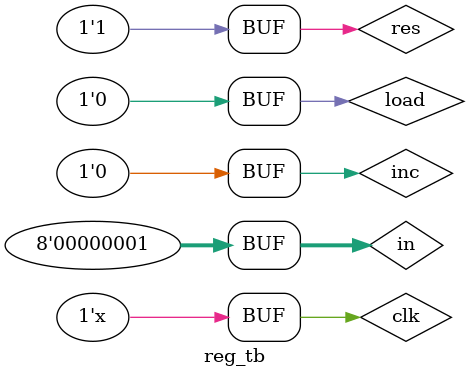
<source format=v>
module oct_register(input[7:0] in , output reg [7:0] out,input load, input inc,input res,input clk);

always @(posedge clk)
	if (load==1) out<=in;
	else if(inc==1) out<=out+1;
	
always@(*) if (res==1) out<=0;

endmodule

module reg_tb;
reg [7:0] in;
reg load, inc,res, clk;
wire [7:0] out;
oct_register oc(in,out,load,inc,res,clk);
initial
begin
	clk=0;
	in=8'b00000001;
	load=1;
	#10 load=0;
	inc=1;
	#10 inc=0;
	res=1;
end
always begin
	#5 clk = ~clk;
end

endmodule
</source>
